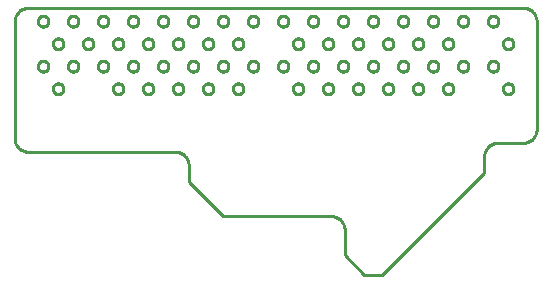
<source format=gbr>
G04 EAGLE Gerber RS-274X export*
G75*
%MOMM*%
%FSLAX34Y34*%
%LPD*%
%IN*%
%IPPOS*%
%AMOC8*
5,1,8,0,0,1.08239X$1,22.5*%
G01*
%ADD10C,0.254000*%


D10*
X1270Y116900D02*
X1314Y115898D01*
X1445Y114905D01*
X1662Y113926D01*
X1963Y112970D01*
X2347Y112044D01*
X2809Y111155D01*
X3348Y110309D01*
X3958Y109514D01*
X4635Y108775D01*
X5374Y108098D01*
X6169Y107488D01*
X7015Y106949D01*
X7904Y106487D01*
X8830Y106103D01*
X9786Y105802D01*
X10765Y105585D01*
X11758Y105454D01*
X12760Y105410D01*
X137228Y105410D01*
X138218Y105367D01*
X139201Y105237D01*
X140168Y105023D01*
X141114Y104725D01*
X142030Y104345D01*
X142909Y103888D01*
X143745Y103355D01*
X144531Y102752D01*
X145262Y102082D01*
X145932Y101351D01*
X146535Y100565D01*
X147068Y99729D01*
X147525Y98850D01*
X147905Y97934D01*
X148203Y96988D01*
X148417Y96021D01*
X148547Y95038D01*
X148590Y94048D01*
X148590Y80010D01*
X177800Y50800D01*
X269240Y50800D01*
X270236Y50757D01*
X271225Y50626D01*
X272198Y50411D01*
X273149Y50111D01*
X274071Y49729D01*
X274955Y49269D01*
X275796Y48733D01*
X276587Y48126D01*
X277322Y47452D01*
X277996Y46717D01*
X278603Y45926D01*
X279139Y45085D01*
X279599Y44201D01*
X279981Y43279D01*
X280281Y42328D01*
X280496Y41355D01*
X280627Y40366D01*
X280670Y39370D01*
X280670Y17780D01*
X297180Y1270D01*
X312420Y1270D01*
X398780Y87630D01*
X398780Y101488D01*
X398824Y102494D01*
X398955Y103492D01*
X399173Y104476D01*
X399476Y105436D01*
X399861Y106366D01*
X400326Y107259D01*
X400867Y108108D01*
X401480Y108907D01*
X402161Y109650D01*
X402903Y110330D01*
X403702Y110943D01*
X404551Y111484D01*
X405444Y111949D01*
X406374Y112334D01*
X407335Y112637D01*
X408318Y112855D01*
X409316Y112986D01*
X410322Y113030D01*
X431794Y113030D01*
X432790Y113074D01*
X433780Y113204D01*
X434754Y113420D01*
X435705Y113720D01*
X436627Y114102D01*
X437512Y114562D01*
X438353Y115098D01*
X439145Y115706D01*
X439880Y116380D01*
X440554Y117115D01*
X441162Y117907D01*
X441698Y118748D01*
X442159Y119633D01*
X442540Y120555D01*
X442840Y121506D01*
X443056Y122480D01*
X443186Y123470D01*
X443230Y124466D01*
X443230Y215900D01*
X443187Y216896D01*
X443056Y217885D01*
X442841Y218858D01*
X442541Y219809D01*
X442159Y220731D01*
X441699Y221615D01*
X441163Y222456D01*
X440556Y223247D01*
X439882Y223982D01*
X439147Y224656D01*
X438356Y225263D01*
X437515Y225799D01*
X436631Y226259D01*
X435709Y226641D01*
X434758Y226941D01*
X433785Y227156D01*
X432796Y227287D01*
X431800Y227330D01*
X12753Y227330D01*
X11752Y227286D01*
X10759Y227156D01*
X9781Y226939D01*
X8825Y226638D01*
X7900Y226254D01*
X7011Y225792D01*
X6167Y225253D01*
X5372Y224644D01*
X4633Y223967D01*
X3956Y223228D01*
X3347Y222434D01*
X2808Y221589D01*
X2346Y220700D01*
X1963Y219775D01*
X1661Y218819D01*
X1444Y217841D01*
X1314Y216848D01*
X1270Y215847D01*
X1270Y116900D01*
X29900Y215605D02*
X29823Y215020D01*
X29670Y214450D01*
X29445Y213905D01*
X29150Y213395D01*
X28791Y212927D01*
X28373Y212509D01*
X27905Y212150D01*
X27395Y211855D01*
X26850Y211630D01*
X26280Y211477D01*
X25695Y211400D01*
X25105Y211400D01*
X24520Y211477D01*
X23950Y211630D01*
X23405Y211855D01*
X22895Y212150D01*
X22427Y212509D01*
X22009Y212927D01*
X21650Y213395D01*
X21355Y213905D01*
X21130Y214450D01*
X20977Y215020D01*
X20900Y215605D01*
X20900Y216195D01*
X20977Y216780D01*
X21130Y217350D01*
X21355Y217895D01*
X21650Y218405D01*
X22009Y218873D01*
X22427Y219291D01*
X22895Y219650D01*
X23405Y219945D01*
X23950Y220170D01*
X24520Y220323D01*
X25105Y220400D01*
X25695Y220400D01*
X26280Y220323D01*
X26850Y220170D01*
X27395Y219945D01*
X27905Y219650D01*
X28373Y219291D01*
X28791Y218873D01*
X29150Y218405D01*
X29445Y217895D01*
X29670Y217350D01*
X29823Y216780D01*
X29900Y216195D01*
X29900Y215605D01*
X55300Y215605D02*
X55223Y215020D01*
X55070Y214450D01*
X54845Y213905D01*
X54550Y213395D01*
X54191Y212927D01*
X53773Y212509D01*
X53305Y212150D01*
X52795Y211855D01*
X52250Y211630D01*
X51680Y211477D01*
X51095Y211400D01*
X50505Y211400D01*
X49920Y211477D01*
X49350Y211630D01*
X48805Y211855D01*
X48295Y212150D01*
X47827Y212509D01*
X47409Y212927D01*
X47050Y213395D01*
X46755Y213905D01*
X46530Y214450D01*
X46377Y215020D01*
X46300Y215605D01*
X46300Y216195D01*
X46377Y216780D01*
X46530Y217350D01*
X46755Y217895D01*
X47050Y218405D01*
X47409Y218873D01*
X47827Y219291D01*
X48295Y219650D01*
X48805Y219945D01*
X49350Y220170D01*
X49920Y220323D01*
X50505Y220400D01*
X51095Y220400D01*
X51680Y220323D01*
X52250Y220170D01*
X52795Y219945D01*
X53305Y219650D01*
X53773Y219291D01*
X54191Y218873D01*
X54550Y218405D01*
X54845Y217895D01*
X55070Y217350D01*
X55223Y216780D01*
X55300Y216195D01*
X55300Y215605D01*
X80700Y215605D02*
X80623Y215020D01*
X80470Y214450D01*
X80245Y213905D01*
X79950Y213395D01*
X79591Y212927D01*
X79173Y212509D01*
X78705Y212150D01*
X78195Y211855D01*
X77650Y211630D01*
X77080Y211477D01*
X76495Y211400D01*
X75905Y211400D01*
X75320Y211477D01*
X74750Y211630D01*
X74205Y211855D01*
X73695Y212150D01*
X73227Y212509D01*
X72809Y212927D01*
X72450Y213395D01*
X72155Y213905D01*
X71930Y214450D01*
X71777Y215020D01*
X71700Y215605D01*
X71700Y216195D01*
X71777Y216780D01*
X71930Y217350D01*
X72155Y217895D01*
X72450Y218405D01*
X72809Y218873D01*
X73227Y219291D01*
X73695Y219650D01*
X74205Y219945D01*
X74750Y220170D01*
X75320Y220323D01*
X75905Y220400D01*
X76495Y220400D01*
X77080Y220323D01*
X77650Y220170D01*
X78195Y219945D01*
X78705Y219650D01*
X79173Y219291D01*
X79591Y218873D01*
X79950Y218405D01*
X80245Y217895D01*
X80470Y217350D01*
X80623Y216780D01*
X80700Y216195D01*
X80700Y215605D01*
X106100Y215605D02*
X106023Y215020D01*
X105870Y214450D01*
X105645Y213905D01*
X105350Y213395D01*
X104991Y212927D01*
X104573Y212509D01*
X104105Y212150D01*
X103595Y211855D01*
X103050Y211630D01*
X102480Y211477D01*
X101895Y211400D01*
X101305Y211400D01*
X100720Y211477D01*
X100150Y211630D01*
X99605Y211855D01*
X99095Y212150D01*
X98627Y212509D01*
X98209Y212927D01*
X97850Y213395D01*
X97555Y213905D01*
X97330Y214450D01*
X97177Y215020D01*
X97100Y215605D01*
X97100Y216195D01*
X97177Y216780D01*
X97330Y217350D01*
X97555Y217895D01*
X97850Y218405D01*
X98209Y218873D01*
X98627Y219291D01*
X99095Y219650D01*
X99605Y219945D01*
X100150Y220170D01*
X100720Y220323D01*
X101305Y220400D01*
X101895Y220400D01*
X102480Y220323D01*
X103050Y220170D01*
X103595Y219945D01*
X104105Y219650D01*
X104573Y219291D01*
X104991Y218873D01*
X105350Y218405D01*
X105645Y217895D01*
X105870Y217350D01*
X106023Y216780D01*
X106100Y216195D01*
X106100Y215605D01*
X131500Y215605D02*
X131423Y215020D01*
X131270Y214450D01*
X131045Y213905D01*
X130750Y213395D01*
X130391Y212927D01*
X129973Y212509D01*
X129505Y212150D01*
X128995Y211855D01*
X128450Y211630D01*
X127880Y211477D01*
X127295Y211400D01*
X126705Y211400D01*
X126120Y211477D01*
X125550Y211630D01*
X125005Y211855D01*
X124495Y212150D01*
X124027Y212509D01*
X123609Y212927D01*
X123250Y213395D01*
X122955Y213905D01*
X122730Y214450D01*
X122577Y215020D01*
X122500Y215605D01*
X122500Y216195D01*
X122577Y216780D01*
X122730Y217350D01*
X122955Y217895D01*
X123250Y218405D01*
X123609Y218873D01*
X124027Y219291D01*
X124495Y219650D01*
X125005Y219945D01*
X125550Y220170D01*
X126120Y220323D01*
X126705Y220400D01*
X127295Y220400D01*
X127880Y220323D01*
X128450Y220170D01*
X128995Y219945D01*
X129505Y219650D01*
X129973Y219291D01*
X130391Y218873D01*
X130750Y218405D01*
X131045Y217895D01*
X131270Y217350D01*
X131423Y216780D01*
X131500Y216195D01*
X131500Y215605D01*
X156900Y215605D02*
X156823Y215020D01*
X156670Y214450D01*
X156445Y213905D01*
X156150Y213395D01*
X155791Y212927D01*
X155373Y212509D01*
X154905Y212150D01*
X154395Y211855D01*
X153850Y211630D01*
X153280Y211477D01*
X152695Y211400D01*
X152105Y211400D01*
X151520Y211477D01*
X150950Y211630D01*
X150405Y211855D01*
X149895Y212150D01*
X149427Y212509D01*
X149009Y212927D01*
X148650Y213395D01*
X148355Y213905D01*
X148130Y214450D01*
X147977Y215020D01*
X147900Y215605D01*
X147900Y216195D01*
X147977Y216780D01*
X148130Y217350D01*
X148355Y217895D01*
X148650Y218405D01*
X149009Y218873D01*
X149427Y219291D01*
X149895Y219650D01*
X150405Y219945D01*
X150950Y220170D01*
X151520Y220323D01*
X152105Y220400D01*
X152695Y220400D01*
X153280Y220323D01*
X153850Y220170D01*
X154395Y219945D01*
X154905Y219650D01*
X155373Y219291D01*
X155791Y218873D01*
X156150Y218405D01*
X156445Y217895D01*
X156670Y217350D01*
X156823Y216780D01*
X156900Y216195D01*
X156900Y215605D01*
X182300Y215605D02*
X182223Y215020D01*
X182070Y214450D01*
X181845Y213905D01*
X181550Y213395D01*
X181191Y212927D01*
X180773Y212509D01*
X180305Y212150D01*
X179795Y211855D01*
X179250Y211630D01*
X178680Y211477D01*
X178095Y211400D01*
X177505Y211400D01*
X176920Y211477D01*
X176350Y211630D01*
X175805Y211855D01*
X175295Y212150D01*
X174827Y212509D01*
X174409Y212927D01*
X174050Y213395D01*
X173755Y213905D01*
X173530Y214450D01*
X173377Y215020D01*
X173300Y215605D01*
X173300Y216195D01*
X173377Y216780D01*
X173530Y217350D01*
X173755Y217895D01*
X174050Y218405D01*
X174409Y218873D01*
X174827Y219291D01*
X175295Y219650D01*
X175805Y219945D01*
X176350Y220170D01*
X176920Y220323D01*
X177505Y220400D01*
X178095Y220400D01*
X178680Y220323D01*
X179250Y220170D01*
X179795Y219945D01*
X180305Y219650D01*
X180773Y219291D01*
X181191Y218873D01*
X181550Y218405D01*
X181845Y217895D01*
X182070Y217350D01*
X182223Y216780D01*
X182300Y216195D01*
X182300Y215605D01*
X207700Y215605D02*
X207623Y215020D01*
X207470Y214450D01*
X207245Y213905D01*
X206950Y213395D01*
X206591Y212927D01*
X206173Y212509D01*
X205705Y212150D01*
X205195Y211855D01*
X204650Y211630D01*
X204080Y211477D01*
X203495Y211400D01*
X202905Y211400D01*
X202320Y211477D01*
X201750Y211630D01*
X201205Y211855D01*
X200695Y212150D01*
X200227Y212509D01*
X199809Y212927D01*
X199450Y213395D01*
X199155Y213905D01*
X198930Y214450D01*
X198777Y215020D01*
X198700Y215605D01*
X198700Y216195D01*
X198777Y216780D01*
X198930Y217350D01*
X199155Y217895D01*
X199450Y218405D01*
X199809Y218873D01*
X200227Y219291D01*
X200695Y219650D01*
X201205Y219945D01*
X201750Y220170D01*
X202320Y220323D01*
X202905Y220400D01*
X203495Y220400D01*
X204080Y220323D01*
X204650Y220170D01*
X205195Y219945D01*
X205705Y219650D01*
X206173Y219291D01*
X206591Y218873D01*
X206950Y218405D01*
X207245Y217895D01*
X207470Y217350D01*
X207623Y216780D01*
X207700Y216195D01*
X207700Y215605D01*
X233100Y215605D02*
X233023Y215020D01*
X232870Y214450D01*
X232645Y213905D01*
X232350Y213395D01*
X231991Y212927D01*
X231573Y212509D01*
X231105Y212150D01*
X230595Y211855D01*
X230050Y211630D01*
X229480Y211477D01*
X228895Y211400D01*
X228305Y211400D01*
X227720Y211477D01*
X227150Y211630D01*
X226605Y211855D01*
X226095Y212150D01*
X225627Y212509D01*
X225209Y212927D01*
X224850Y213395D01*
X224555Y213905D01*
X224330Y214450D01*
X224177Y215020D01*
X224100Y215605D01*
X224100Y216195D01*
X224177Y216780D01*
X224330Y217350D01*
X224555Y217895D01*
X224850Y218405D01*
X225209Y218873D01*
X225627Y219291D01*
X226095Y219650D01*
X226605Y219945D01*
X227150Y220170D01*
X227720Y220323D01*
X228305Y220400D01*
X228895Y220400D01*
X229480Y220323D01*
X230050Y220170D01*
X230595Y219945D01*
X231105Y219650D01*
X231573Y219291D01*
X231991Y218873D01*
X232350Y218405D01*
X232645Y217895D01*
X232870Y217350D01*
X233023Y216780D01*
X233100Y216195D01*
X233100Y215605D01*
X258500Y215605D02*
X258423Y215020D01*
X258270Y214450D01*
X258045Y213905D01*
X257750Y213395D01*
X257391Y212927D01*
X256973Y212509D01*
X256505Y212150D01*
X255995Y211855D01*
X255450Y211630D01*
X254880Y211477D01*
X254295Y211400D01*
X253705Y211400D01*
X253120Y211477D01*
X252550Y211630D01*
X252005Y211855D01*
X251495Y212150D01*
X251027Y212509D01*
X250609Y212927D01*
X250250Y213395D01*
X249955Y213905D01*
X249730Y214450D01*
X249577Y215020D01*
X249500Y215605D01*
X249500Y216195D01*
X249577Y216780D01*
X249730Y217350D01*
X249955Y217895D01*
X250250Y218405D01*
X250609Y218873D01*
X251027Y219291D01*
X251495Y219650D01*
X252005Y219945D01*
X252550Y220170D01*
X253120Y220323D01*
X253705Y220400D01*
X254295Y220400D01*
X254880Y220323D01*
X255450Y220170D01*
X255995Y219945D01*
X256505Y219650D01*
X256973Y219291D01*
X257391Y218873D01*
X257750Y218405D01*
X258045Y217895D01*
X258270Y217350D01*
X258423Y216780D01*
X258500Y216195D01*
X258500Y215605D01*
X283900Y215605D02*
X283823Y215020D01*
X283670Y214450D01*
X283445Y213905D01*
X283150Y213395D01*
X282791Y212927D01*
X282373Y212509D01*
X281905Y212150D01*
X281395Y211855D01*
X280850Y211630D01*
X280280Y211477D01*
X279695Y211400D01*
X279105Y211400D01*
X278520Y211477D01*
X277950Y211630D01*
X277405Y211855D01*
X276895Y212150D01*
X276427Y212509D01*
X276009Y212927D01*
X275650Y213395D01*
X275355Y213905D01*
X275130Y214450D01*
X274977Y215020D01*
X274900Y215605D01*
X274900Y216195D01*
X274977Y216780D01*
X275130Y217350D01*
X275355Y217895D01*
X275650Y218405D01*
X276009Y218873D01*
X276427Y219291D01*
X276895Y219650D01*
X277405Y219945D01*
X277950Y220170D01*
X278520Y220323D01*
X279105Y220400D01*
X279695Y220400D01*
X280280Y220323D01*
X280850Y220170D01*
X281395Y219945D01*
X281905Y219650D01*
X282373Y219291D01*
X282791Y218873D01*
X283150Y218405D01*
X283445Y217895D01*
X283670Y217350D01*
X283823Y216780D01*
X283900Y216195D01*
X283900Y215605D01*
X309300Y215605D02*
X309223Y215020D01*
X309070Y214450D01*
X308845Y213905D01*
X308550Y213395D01*
X308191Y212927D01*
X307773Y212509D01*
X307305Y212150D01*
X306795Y211855D01*
X306250Y211630D01*
X305680Y211477D01*
X305095Y211400D01*
X304505Y211400D01*
X303920Y211477D01*
X303350Y211630D01*
X302805Y211855D01*
X302295Y212150D01*
X301827Y212509D01*
X301409Y212927D01*
X301050Y213395D01*
X300755Y213905D01*
X300530Y214450D01*
X300377Y215020D01*
X300300Y215605D01*
X300300Y216195D01*
X300377Y216780D01*
X300530Y217350D01*
X300755Y217895D01*
X301050Y218405D01*
X301409Y218873D01*
X301827Y219291D01*
X302295Y219650D01*
X302805Y219945D01*
X303350Y220170D01*
X303920Y220323D01*
X304505Y220400D01*
X305095Y220400D01*
X305680Y220323D01*
X306250Y220170D01*
X306795Y219945D01*
X307305Y219650D01*
X307773Y219291D01*
X308191Y218873D01*
X308550Y218405D01*
X308845Y217895D01*
X309070Y217350D01*
X309223Y216780D01*
X309300Y216195D01*
X309300Y215605D01*
X334700Y215605D02*
X334623Y215020D01*
X334470Y214450D01*
X334245Y213905D01*
X333950Y213395D01*
X333591Y212927D01*
X333173Y212509D01*
X332705Y212150D01*
X332195Y211855D01*
X331650Y211630D01*
X331080Y211477D01*
X330495Y211400D01*
X329905Y211400D01*
X329320Y211477D01*
X328750Y211630D01*
X328205Y211855D01*
X327695Y212150D01*
X327227Y212509D01*
X326809Y212927D01*
X326450Y213395D01*
X326155Y213905D01*
X325930Y214450D01*
X325777Y215020D01*
X325700Y215605D01*
X325700Y216195D01*
X325777Y216780D01*
X325930Y217350D01*
X326155Y217895D01*
X326450Y218405D01*
X326809Y218873D01*
X327227Y219291D01*
X327695Y219650D01*
X328205Y219945D01*
X328750Y220170D01*
X329320Y220323D01*
X329905Y220400D01*
X330495Y220400D01*
X331080Y220323D01*
X331650Y220170D01*
X332195Y219945D01*
X332705Y219650D01*
X333173Y219291D01*
X333591Y218873D01*
X333950Y218405D01*
X334245Y217895D01*
X334470Y217350D01*
X334623Y216780D01*
X334700Y216195D01*
X334700Y215605D01*
X360100Y215605D02*
X360023Y215020D01*
X359870Y214450D01*
X359645Y213905D01*
X359350Y213395D01*
X358991Y212927D01*
X358573Y212509D01*
X358105Y212150D01*
X357595Y211855D01*
X357050Y211630D01*
X356480Y211477D01*
X355895Y211400D01*
X355305Y211400D01*
X354720Y211477D01*
X354150Y211630D01*
X353605Y211855D01*
X353095Y212150D01*
X352627Y212509D01*
X352209Y212927D01*
X351850Y213395D01*
X351555Y213905D01*
X351330Y214450D01*
X351177Y215020D01*
X351100Y215605D01*
X351100Y216195D01*
X351177Y216780D01*
X351330Y217350D01*
X351555Y217895D01*
X351850Y218405D01*
X352209Y218873D01*
X352627Y219291D01*
X353095Y219650D01*
X353605Y219945D01*
X354150Y220170D01*
X354720Y220323D01*
X355305Y220400D01*
X355895Y220400D01*
X356480Y220323D01*
X357050Y220170D01*
X357595Y219945D01*
X358105Y219650D01*
X358573Y219291D01*
X358991Y218873D01*
X359350Y218405D01*
X359645Y217895D01*
X359870Y217350D01*
X360023Y216780D01*
X360100Y216195D01*
X360100Y215605D01*
X385500Y215605D02*
X385423Y215020D01*
X385270Y214450D01*
X385045Y213905D01*
X384750Y213395D01*
X384391Y212927D01*
X383973Y212509D01*
X383505Y212150D01*
X382995Y211855D01*
X382450Y211630D01*
X381880Y211477D01*
X381295Y211400D01*
X380705Y211400D01*
X380120Y211477D01*
X379550Y211630D01*
X379005Y211855D01*
X378495Y212150D01*
X378027Y212509D01*
X377609Y212927D01*
X377250Y213395D01*
X376955Y213905D01*
X376730Y214450D01*
X376577Y215020D01*
X376500Y215605D01*
X376500Y216195D01*
X376577Y216780D01*
X376730Y217350D01*
X376955Y217895D01*
X377250Y218405D01*
X377609Y218873D01*
X378027Y219291D01*
X378495Y219650D01*
X379005Y219945D01*
X379550Y220170D01*
X380120Y220323D01*
X380705Y220400D01*
X381295Y220400D01*
X381880Y220323D01*
X382450Y220170D01*
X382995Y219945D01*
X383505Y219650D01*
X383973Y219291D01*
X384391Y218873D01*
X384750Y218405D01*
X385045Y217895D01*
X385270Y217350D01*
X385423Y216780D01*
X385500Y216195D01*
X385500Y215605D01*
X410900Y215605D02*
X410823Y215020D01*
X410670Y214450D01*
X410445Y213905D01*
X410150Y213395D01*
X409791Y212927D01*
X409373Y212509D01*
X408905Y212150D01*
X408395Y211855D01*
X407850Y211630D01*
X407280Y211477D01*
X406695Y211400D01*
X406105Y211400D01*
X405520Y211477D01*
X404950Y211630D01*
X404405Y211855D01*
X403895Y212150D01*
X403427Y212509D01*
X403009Y212927D01*
X402650Y213395D01*
X402355Y213905D01*
X402130Y214450D01*
X401977Y215020D01*
X401900Y215605D01*
X401900Y216195D01*
X401977Y216780D01*
X402130Y217350D01*
X402355Y217895D01*
X402650Y218405D01*
X403009Y218873D01*
X403427Y219291D01*
X403895Y219650D01*
X404405Y219945D01*
X404950Y220170D01*
X405520Y220323D01*
X406105Y220400D01*
X406695Y220400D01*
X407280Y220323D01*
X407850Y220170D01*
X408395Y219945D01*
X408905Y219650D01*
X409373Y219291D01*
X409791Y218873D01*
X410150Y218405D01*
X410445Y217895D01*
X410670Y217350D01*
X410823Y216780D01*
X410900Y216195D01*
X410900Y215605D01*
X423600Y196555D02*
X423523Y195970D01*
X423370Y195400D01*
X423145Y194855D01*
X422850Y194345D01*
X422491Y193877D01*
X422073Y193459D01*
X421605Y193100D01*
X421095Y192805D01*
X420550Y192580D01*
X419980Y192427D01*
X419395Y192350D01*
X418805Y192350D01*
X418220Y192427D01*
X417650Y192580D01*
X417105Y192805D01*
X416595Y193100D01*
X416127Y193459D01*
X415709Y193877D01*
X415350Y194345D01*
X415055Y194855D01*
X414830Y195400D01*
X414677Y195970D01*
X414600Y196555D01*
X414600Y197145D01*
X414677Y197730D01*
X414830Y198300D01*
X415055Y198845D01*
X415350Y199355D01*
X415709Y199823D01*
X416127Y200241D01*
X416595Y200600D01*
X417105Y200895D01*
X417650Y201120D01*
X418220Y201273D01*
X418805Y201350D01*
X419395Y201350D01*
X419980Y201273D01*
X420550Y201120D01*
X421095Y200895D01*
X421605Y200600D01*
X422073Y200241D01*
X422491Y199823D01*
X422850Y199355D01*
X423145Y198845D01*
X423370Y198300D01*
X423523Y197730D01*
X423600Y197145D01*
X423600Y196555D01*
X410900Y177505D02*
X410823Y176920D01*
X410670Y176350D01*
X410445Y175805D01*
X410150Y175295D01*
X409791Y174827D01*
X409373Y174409D01*
X408905Y174050D01*
X408395Y173755D01*
X407850Y173530D01*
X407280Y173377D01*
X406695Y173300D01*
X406105Y173300D01*
X405520Y173377D01*
X404950Y173530D01*
X404405Y173755D01*
X403895Y174050D01*
X403427Y174409D01*
X403009Y174827D01*
X402650Y175295D01*
X402355Y175805D01*
X402130Y176350D01*
X401977Y176920D01*
X401900Y177505D01*
X401900Y178095D01*
X401977Y178680D01*
X402130Y179250D01*
X402355Y179795D01*
X402650Y180305D01*
X403009Y180773D01*
X403427Y181191D01*
X403895Y181550D01*
X404405Y181845D01*
X404950Y182070D01*
X405520Y182223D01*
X406105Y182300D01*
X406695Y182300D01*
X407280Y182223D01*
X407850Y182070D01*
X408395Y181845D01*
X408905Y181550D01*
X409373Y181191D01*
X409791Y180773D01*
X410150Y180305D01*
X410445Y179795D01*
X410670Y179250D01*
X410823Y178680D01*
X410900Y178095D01*
X410900Y177505D01*
X423600Y158455D02*
X423523Y157870D01*
X423370Y157300D01*
X423145Y156755D01*
X422850Y156245D01*
X422491Y155777D01*
X422073Y155359D01*
X421605Y155000D01*
X421095Y154705D01*
X420550Y154480D01*
X419980Y154327D01*
X419395Y154250D01*
X418805Y154250D01*
X418220Y154327D01*
X417650Y154480D01*
X417105Y154705D01*
X416595Y155000D01*
X416127Y155359D01*
X415709Y155777D01*
X415350Y156245D01*
X415055Y156755D01*
X414830Y157300D01*
X414677Y157870D01*
X414600Y158455D01*
X414600Y159045D01*
X414677Y159630D01*
X414830Y160200D01*
X415055Y160745D01*
X415350Y161255D01*
X415709Y161723D01*
X416127Y162141D01*
X416595Y162500D01*
X417105Y162795D01*
X417650Y163020D01*
X418220Y163173D01*
X418805Y163250D01*
X419395Y163250D01*
X419980Y163173D01*
X420550Y163020D01*
X421095Y162795D01*
X421605Y162500D01*
X422073Y162141D01*
X422491Y161723D01*
X422850Y161255D01*
X423145Y160745D01*
X423370Y160200D01*
X423523Y159630D01*
X423600Y159045D01*
X423600Y158455D01*
X385500Y177505D02*
X385423Y176920D01*
X385270Y176350D01*
X385045Y175805D01*
X384750Y175295D01*
X384391Y174827D01*
X383973Y174409D01*
X383505Y174050D01*
X382995Y173755D01*
X382450Y173530D01*
X381880Y173377D01*
X381295Y173300D01*
X380705Y173300D01*
X380120Y173377D01*
X379550Y173530D01*
X379005Y173755D01*
X378495Y174050D01*
X378027Y174409D01*
X377609Y174827D01*
X377250Y175295D01*
X376955Y175805D01*
X376730Y176350D01*
X376577Y176920D01*
X376500Y177505D01*
X376500Y178095D01*
X376577Y178680D01*
X376730Y179250D01*
X376955Y179795D01*
X377250Y180305D01*
X377609Y180773D01*
X378027Y181191D01*
X378495Y181550D01*
X379005Y181845D01*
X379550Y182070D01*
X380120Y182223D01*
X380705Y182300D01*
X381295Y182300D01*
X381880Y182223D01*
X382450Y182070D01*
X382995Y181845D01*
X383505Y181550D01*
X383973Y181191D01*
X384391Y180773D01*
X384750Y180305D01*
X385045Y179795D01*
X385270Y179250D01*
X385423Y178680D01*
X385500Y178095D01*
X385500Y177505D01*
X360100Y177505D02*
X360023Y176920D01*
X359870Y176350D01*
X359645Y175805D01*
X359350Y175295D01*
X358991Y174827D01*
X358573Y174409D01*
X358105Y174050D01*
X357595Y173755D01*
X357050Y173530D01*
X356480Y173377D01*
X355895Y173300D01*
X355305Y173300D01*
X354720Y173377D01*
X354150Y173530D01*
X353605Y173755D01*
X353095Y174050D01*
X352627Y174409D01*
X352209Y174827D01*
X351850Y175295D01*
X351555Y175805D01*
X351330Y176350D01*
X351177Y176920D01*
X351100Y177505D01*
X351100Y178095D01*
X351177Y178680D01*
X351330Y179250D01*
X351555Y179795D01*
X351850Y180305D01*
X352209Y180773D01*
X352627Y181191D01*
X353095Y181550D01*
X353605Y181845D01*
X354150Y182070D01*
X354720Y182223D01*
X355305Y182300D01*
X355895Y182300D01*
X356480Y182223D01*
X357050Y182070D01*
X357595Y181845D01*
X358105Y181550D01*
X358573Y181191D01*
X358991Y180773D01*
X359350Y180305D01*
X359645Y179795D01*
X359870Y179250D01*
X360023Y178680D01*
X360100Y178095D01*
X360100Y177505D01*
X334700Y177505D02*
X334623Y176920D01*
X334470Y176350D01*
X334245Y175805D01*
X333950Y175295D01*
X333591Y174827D01*
X333173Y174409D01*
X332705Y174050D01*
X332195Y173755D01*
X331650Y173530D01*
X331080Y173377D01*
X330495Y173300D01*
X329905Y173300D01*
X329320Y173377D01*
X328750Y173530D01*
X328205Y173755D01*
X327695Y174050D01*
X327227Y174409D01*
X326809Y174827D01*
X326450Y175295D01*
X326155Y175805D01*
X325930Y176350D01*
X325777Y176920D01*
X325700Y177505D01*
X325700Y178095D01*
X325777Y178680D01*
X325930Y179250D01*
X326155Y179795D01*
X326450Y180305D01*
X326809Y180773D01*
X327227Y181191D01*
X327695Y181550D01*
X328205Y181845D01*
X328750Y182070D01*
X329320Y182223D01*
X329905Y182300D01*
X330495Y182300D01*
X331080Y182223D01*
X331650Y182070D01*
X332195Y181845D01*
X332705Y181550D01*
X333173Y181191D01*
X333591Y180773D01*
X333950Y180305D01*
X334245Y179795D01*
X334470Y179250D01*
X334623Y178680D01*
X334700Y178095D01*
X334700Y177505D01*
X309300Y177505D02*
X309223Y176920D01*
X309070Y176350D01*
X308845Y175805D01*
X308550Y175295D01*
X308191Y174827D01*
X307773Y174409D01*
X307305Y174050D01*
X306795Y173755D01*
X306250Y173530D01*
X305680Y173377D01*
X305095Y173300D01*
X304505Y173300D01*
X303920Y173377D01*
X303350Y173530D01*
X302805Y173755D01*
X302295Y174050D01*
X301827Y174409D01*
X301409Y174827D01*
X301050Y175295D01*
X300755Y175805D01*
X300530Y176350D01*
X300377Y176920D01*
X300300Y177505D01*
X300300Y178095D01*
X300377Y178680D01*
X300530Y179250D01*
X300755Y179795D01*
X301050Y180305D01*
X301409Y180773D01*
X301827Y181191D01*
X302295Y181550D01*
X302805Y181845D01*
X303350Y182070D01*
X303920Y182223D01*
X304505Y182300D01*
X305095Y182300D01*
X305680Y182223D01*
X306250Y182070D01*
X306795Y181845D01*
X307305Y181550D01*
X307773Y181191D01*
X308191Y180773D01*
X308550Y180305D01*
X308845Y179795D01*
X309070Y179250D01*
X309223Y178680D01*
X309300Y178095D01*
X309300Y177505D01*
X29900Y177505D02*
X29823Y176920D01*
X29670Y176350D01*
X29445Y175805D01*
X29150Y175295D01*
X28791Y174827D01*
X28373Y174409D01*
X27905Y174050D01*
X27395Y173755D01*
X26850Y173530D01*
X26280Y173377D01*
X25695Y173300D01*
X25105Y173300D01*
X24520Y173377D01*
X23950Y173530D01*
X23405Y173755D01*
X22895Y174050D01*
X22427Y174409D01*
X22009Y174827D01*
X21650Y175295D01*
X21355Y175805D01*
X21130Y176350D01*
X20977Y176920D01*
X20900Y177505D01*
X20900Y178095D01*
X20977Y178680D01*
X21130Y179250D01*
X21355Y179795D01*
X21650Y180305D01*
X22009Y180773D01*
X22427Y181191D01*
X22895Y181550D01*
X23405Y181845D01*
X23950Y182070D01*
X24520Y182223D01*
X25105Y182300D01*
X25695Y182300D01*
X26280Y182223D01*
X26850Y182070D01*
X27395Y181845D01*
X27905Y181550D01*
X28373Y181191D01*
X28791Y180773D01*
X29150Y180305D01*
X29445Y179795D01*
X29670Y179250D01*
X29823Y178680D01*
X29900Y178095D01*
X29900Y177505D01*
X55300Y177505D02*
X55223Y176920D01*
X55070Y176350D01*
X54845Y175805D01*
X54550Y175295D01*
X54191Y174827D01*
X53773Y174409D01*
X53305Y174050D01*
X52795Y173755D01*
X52250Y173530D01*
X51680Y173377D01*
X51095Y173300D01*
X50505Y173300D01*
X49920Y173377D01*
X49350Y173530D01*
X48805Y173755D01*
X48295Y174050D01*
X47827Y174409D01*
X47409Y174827D01*
X47050Y175295D01*
X46755Y175805D01*
X46530Y176350D01*
X46377Y176920D01*
X46300Y177505D01*
X46300Y178095D01*
X46377Y178680D01*
X46530Y179250D01*
X46755Y179795D01*
X47050Y180305D01*
X47409Y180773D01*
X47827Y181191D01*
X48295Y181550D01*
X48805Y181845D01*
X49350Y182070D01*
X49920Y182223D01*
X50505Y182300D01*
X51095Y182300D01*
X51680Y182223D01*
X52250Y182070D01*
X52795Y181845D01*
X53305Y181550D01*
X53773Y181191D01*
X54191Y180773D01*
X54550Y180305D01*
X54845Y179795D01*
X55070Y179250D01*
X55223Y178680D01*
X55300Y178095D01*
X55300Y177505D01*
X80700Y177505D02*
X80623Y176920D01*
X80470Y176350D01*
X80245Y175805D01*
X79950Y175295D01*
X79591Y174827D01*
X79173Y174409D01*
X78705Y174050D01*
X78195Y173755D01*
X77650Y173530D01*
X77080Y173377D01*
X76495Y173300D01*
X75905Y173300D01*
X75320Y173377D01*
X74750Y173530D01*
X74205Y173755D01*
X73695Y174050D01*
X73227Y174409D01*
X72809Y174827D01*
X72450Y175295D01*
X72155Y175805D01*
X71930Y176350D01*
X71777Y176920D01*
X71700Y177505D01*
X71700Y178095D01*
X71777Y178680D01*
X71930Y179250D01*
X72155Y179795D01*
X72450Y180305D01*
X72809Y180773D01*
X73227Y181191D01*
X73695Y181550D01*
X74205Y181845D01*
X74750Y182070D01*
X75320Y182223D01*
X75905Y182300D01*
X76495Y182300D01*
X77080Y182223D01*
X77650Y182070D01*
X78195Y181845D01*
X78705Y181550D01*
X79173Y181191D01*
X79591Y180773D01*
X79950Y180305D01*
X80245Y179795D01*
X80470Y179250D01*
X80623Y178680D01*
X80700Y178095D01*
X80700Y177505D01*
X106100Y177505D02*
X106023Y176920D01*
X105870Y176350D01*
X105645Y175805D01*
X105350Y175295D01*
X104991Y174827D01*
X104573Y174409D01*
X104105Y174050D01*
X103595Y173755D01*
X103050Y173530D01*
X102480Y173377D01*
X101895Y173300D01*
X101305Y173300D01*
X100720Y173377D01*
X100150Y173530D01*
X99605Y173755D01*
X99095Y174050D01*
X98627Y174409D01*
X98209Y174827D01*
X97850Y175295D01*
X97555Y175805D01*
X97330Y176350D01*
X97177Y176920D01*
X97100Y177505D01*
X97100Y178095D01*
X97177Y178680D01*
X97330Y179250D01*
X97555Y179795D01*
X97850Y180305D01*
X98209Y180773D01*
X98627Y181191D01*
X99095Y181550D01*
X99605Y181845D01*
X100150Y182070D01*
X100720Y182223D01*
X101305Y182300D01*
X101895Y182300D01*
X102480Y182223D01*
X103050Y182070D01*
X103595Y181845D01*
X104105Y181550D01*
X104573Y181191D01*
X104991Y180773D01*
X105350Y180305D01*
X105645Y179795D01*
X105870Y179250D01*
X106023Y178680D01*
X106100Y178095D01*
X106100Y177505D01*
X131500Y177505D02*
X131423Y176920D01*
X131270Y176350D01*
X131045Y175805D01*
X130750Y175295D01*
X130391Y174827D01*
X129973Y174409D01*
X129505Y174050D01*
X128995Y173755D01*
X128450Y173530D01*
X127880Y173377D01*
X127295Y173300D01*
X126705Y173300D01*
X126120Y173377D01*
X125550Y173530D01*
X125005Y173755D01*
X124495Y174050D01*
X124027Y174409D01*
X123609Y174827D01*
X123250Y175295D01*
X122955Y175805D01*
X122730Y176350D01*
X122577Y176920D01*
X122500Y177505D01*
X122500Y178095D01*
X122577Y178680D01*
X122730Y179250D01*
X122955Y179795D01*
X123250Y180305D01*
X123609Y180773D01*
X124027Y181191D01*
X124495Y181550D01*
X125005Y181845D01*
X125550Y182070D01*
X126120Y182223D01*
X126705Y182300D01*
X127295Y182300D01*
X127880Y182223D01*
X128450Y182070D01*
X128995Y181845D01*
X129505Y181550D01*
X129973Y181191D01*
X130391Y180773D01*
X130750Y180305D01*
X131045Y179795D01*
X131270Y179250D01*
X131423Y178680D01*
X131500Y178095D01*
X131500Y177505D01*
X156900Y177505D02*
X156823Y176920D01*
X156670Y176350D01*
X156445Y175805D01*
X156150Y175295D01*
X155791Y174827D01*
X155373Y174409D01*
X154905Y174050D01*
X154395Y173755D01*
X153850Y173530D01*
X153280Y173377D01*
X152695Y173300D01*
X152105Y173300D01*
X151520Y173377D01*
X150950Y173530D01*
X150405Y173755D01*
X149895Y174050D01*
X149427Y174409D01*
X149009Y174827D01*
X148650Y175295D01*
X148355Y175805D01*
X148130Y176350D01*
X147977Y176920D01*
X147900Y177505D01*
X147900Y178095D01*
X147977Y178680D01*
X148130Y179250D01*
X148355Y179795D01*
X148650Y180305D01*
X149009Y180773D01*
X149427Y181191D01*
X149895Y181550D01*
X150405Y181845D01*
X150950Y182070D01*
X151520Y182223D01*
X152105Y182300D01*
X152695Y182300D01*
X153280Y182223D01*
X153850Y182070D01*
X154395Y181845D01*
X154905Y181550D01*
X155373Y181191D01*
X155791Y180773D01*
X156150Y180305D01*
X156445Y179795D01*
X156670Y179250D01*
X156823Y178680D01*
X156900Y178095D01*
X156900Y177505D01*
X182300Y177505D02*
X182223Y176920D01*
X182070Y176350D01*
X181845Y175805D01*
X181550Y175295D01*
X181191Y174827D01*
X180773Y174409D01*
X180305Y174050D01*
X179795Y173755D01*
X179250Y173530D01*
X178680Y173377D01*
X178095Y173300D01*
X177505Y173300D01*
X176920Y173377D01*
X176350Y173530D01*
X175805Y173755D01*
X175295Y174050D01*
X174827Y174409D01*
X174409Y174827D01*
X174050Y175295D01*
X173755Y175805D01*
X173530Y176350D01*
X173377Y176920D01*
X173300Y177505D01*
X173300Y178095D01*
X173377Y178680D01*
X173530Y179250D01*
X173755Y179795D01*
X174050Y180305D01*
X174409Y180773D01*
X174827Y181191D01*
X175295Y181550D01*
X175805Y181845D01*
X176350Y182070D01*
X176920Y182223D01*
X177505Y182300D01*
X178095Y182300D01*
X178680Y182223D01*
X179250Y182070D01*
X179795Y181845D01*
X180305Y181550D01*
X180773Y181191D01*
X181191Y180773D01*
X181550Y180305D01*
X181845Y179795D01*
X182070Y179250D01*
X182223Y178680D01*
X182300Y178095D01*
X182300Y177505D01*
X207700Y177505D02*
X207623Y176920D01*
X207470Y176350D01*
X207245Y175805D01*
X206950Y175295D01*
X206591Y174827D01*
X206173Y174409D01*
X205705Y174050D01*
X205195Y173755D01*
X204650Y173530D01*
X204080Y173377D01*
X203495Y173300D01*
X202905Y173300D01*
X202320Y173377D01*
X201750Y173530D01*
X201205Y173755D01*
X200695Y174050D01*
X200227Y174409D01*
X199809Y174827D01*
X199450Y175295D01*
X199155Y175805D01*
X198930Y176350D01*
X198777Y176920D01*
X198700Y177505D01*
X198700Y178095D01*
X198777Y178680D01*
X198930Y179250D01*
X199155Y179795D01*
X199450Y180305D01*
X199809Y180773D01*
X200227Y181191D01*
X200695Y181550D01*
X201205Y181845D01*
X201750Y182070D01*
X202320Y182223D01*
X202905Y182300D01*
X203495Y182300D01*
X204080Y182223D01*
X204650Y182070D01*
X205195Y181845D01*
X205705Y181550D01*
X206173Y181191D01*
X206591Y180773D01*
X206950Y180305D01*
X207245Y179795D01*
X207470Y179250D01*
X207623Y178680D01*
X207700Y178095D01*
X207700Y177505D01*
X233100Y177505D02*
X233023Y176920D01*
X232870Y176350D01*
X232645Y175805D01*
X232350Y175295D01*
X231991Y174827D01*
X231573Y174409D01*
X231105Y174050D01*
X230595Y173755D01*
X230050Y173530D01*
X229480Y173377D01*
X228895Y173300D01*
X228305Y173300D01*
X227720Y173377D01*
X227150Y173530D01*
X226605Y173755D01*
X226095Y174050D01*
X225627Y174409D01*
X225209Y174827D01*
X224850Y175295D01*
X224555Y175805D01*
X224330Y176350D01*
X224177Y176920D01*
X224100Y177505D01*
X224100Y178095D01*
X224177Y178680D01*
X224330Y179250D01*
X224555Y179795D01*
X224850Y180305D01*
X225209Y180773D01*
X225627Y181191D01*
X226095Y181550D01*
X226605Y181845D01*
X227150Y182070D01*
X227720Y182223D01*
X228305Y182300D01*
X228895Y182300D01*
X229480Y182223D01*
X230050Y182070D01*
X230595Y181845D01*
X231105Y181550D01*
X231573Y181191D01*
X231991Y180773D01*
X232350Y180305D01*
X232645Y179795D01*
X232870Y179250D01*
X233023Y178680D01*
X233100Y178095D01*
X233100Y177505D01*
X258500Y177505D02*
X258423Y176920D01*
X258270Y176350D01*
X258045Y175805D01*
X257750Y175295D01*
X257391Y174827D01*
X256973Y174409D01*
X256505Y174050D01*
X255995Y173755D01*
X255450Y173530D01*
X254880Y173377D01*
X254295Y173300D01*
X253705Y173300D01*
X253120Y173377D01*
X252550Y173530D01*
X252005Y173755D01*
X251495Y174050D01*
X251027Y174409D01*
X250609Y174827D01*
X250250Y175295D01*
X249955Y175805D01*
X249730Y176350D01*
X249577Y176920D01*
X249500Y177505D01*
X249500Y178095D01*
X249577Y178680D01*
X249730Y179250D01*
X249955Y179795D01*
X250250Y180305D01*
X250609Y180773D01*
X251027Y181191D01*
X251495Y181550D01*
X252005Y181845D01*
X252550Y182070D01*
X253120Y182223D01*
X253705Y182300D01*
X254295Y182300D01*
X254880Y182223D01*
X255450Y182070D01*
X255995Y181845D01*
X256505Y181550D01*
X256973Y181191D01*
X257391Y180773D01*
X257750Y180305D01*
X258045Y179795D01*
X258270Y179250D01*
X258423Y178680D01*
X258500Y178095D01*
X258500Y177505D01*
X283900Y177505D02*
X283823Y176920D01*
X283670Y176350D01*
X283445Y175805D01*
X283150Y175295D01*
X282791Y174827D01*
X282373Y174409D01*
X281905Y174050D01*
X281395Y173755D01*
X280850Y173530D01*
X280280Y173377D01*
X279695Y173300D01*
X279105Y173300D01*
X278520Y173377D01*
X277950Y173530D01*
X277405Y173755D01*
X276895Y174050D01*
X276427Y174409D01*
X276009Y174827D01*
X275650Y175295D01*
X275355Y175805D01*
X275130Y176350D01*
X274977Y176920D01*
X274900Y177505D01*
X274900Y178095D01*
X274977Y178680D01*
X275130Y179250D01*
X275355Y179795D01*
X275650Y180305D01*
X276009Y180773D01*
X276427Y181191D01*
X276895Y181550D01*
X277405Y181845D01*
X277950Y182070D01*
X278520Y182223D01*
X279105Y182300D01*
X279695Y182300D01*
X280280Y182223D01*
X280850Y182070D01*
X281395Y181845D01*
X281905Y181550D01*
X282373Y181191D01*
X282791Y180773D01*
X283150Y180305D01*
X283445Y179795D01*
X283670Y179250D01*
X283823Y178680D01*
X283900Y178095D01*
X283900Y177505D01*
X42600Y158455D02*
X42523Y157870D01*
X42370Y157300D01*
X42145Y156755D01*
X41850Y156245D01*
X41491Y155777D01*
X41073Y155359D01*
X40605Y155000D01*
X40095Y154705D01*
X39550Y154480D01*
X38980Y154327D01*
X38395Y154250D01*
X37805Y154250D01*
X37220Y154327D01*
X36650Y154480D01*
X36105Y154705D01*
X35595Y155000D01*
X35127Y155359D01*
X34709Y155777D01*
X34350Y156245D01*
X34055Y156755D01*
X33830Y157300D01*
X33677Y157870D01*
X33600Y158455D01*
X33600Y159045D01*
X33677Y159630D01*
X33830Y160200D01*
X34055Y160745D01*
X34350Y161255D01*
X34709Y161723D01*
X35127Y162141D01*
X35595Y162500D01*
X36105Y162795D01*
X36650Y163020D01*
X37220Y163173D01*
X37805Y163250D01*
X38395Y163250D01*
X38980Y163173D01*
X39550Y163020D01*
X40095Y162795D01*
X40605Y162500D01*
X41073Y162141D01*
X41491Y161723D01*
X41850Y161255D01*
X42145Y160745D01*
X42370Y160200D01*
X42523Y159630D01*
X42600Y159045D01*
X42600Y158455D01*
X93400Y158455D02*
X93323Y157870D01*
X93170Y157300D01*
X92945Y156755D01*
X92650Y156245D01*
X92291Y155777D01*
X91873Y155359D01*
X91405Y155000D01*
X90895Y154705D01*
X90350Y154480D01*
X89780Y154327D01*
X89195Y154250D01*
X88605Y154250D01*
X88020Y154327D01*
X87450Y154480D01*
X86905Y154705D01*
X86395Y155000D01*
X85927Y155359D01*
X85509Y155777D01*
X85150Y156245D01*
X84855Y156755D01*
X84630Y157300D01*
X84477Y157870D01*
X84400Y158455D01*
X84400Y159045D01*
X84477Y159630D01*
X84630Y160200D01*
X84855Y160745D01*
X85150Y161255D01*
X85509Y161723D01*
X85927Y162141D01*
X86395Y162500D01*
X86905Y162795D01*
X87450Y163020D01*
X88020Y163173D01*
X88605Y163250D01*
X89195Y163250D01*
X89780Y163173D01*
X90350Y163020D01*
X90895Y162795D01*
X91405Y162500D01*
X91873Y162141D01*
X92291Y161723D01*
X92650Y161255D01*
X92945Y160745D01*
X93170Y160200D01*
X93323Y159630D01*
X93400Y159045D01*
X93400Y158455D01*
X118800Y158455D02*
X118723Y157870D01*
X118570Y157300D01*
X118345Y156755D01*
X118050Y156245D01*
X117691Y155777D01*
X117273Y155359D01*
X116805Y155000D01*
X116295Y154705D01*
X115750Y154480D01*
X115180Y154327D01*
X114595Y154250D01*
X114005Y154250D01*
X113420Y154327D01*
X112850Y154480D01*
X112305Y154705D01*
X111795Y155000D01*
X111327Y155359D01*
X110909Y155777D01*
X110550Y156245D01*
X110255Y156755D01*
X110030Y157300D01*
X109877Y157870D01*
X109800Y158455D01*
X109800Y159045D01*
X109877Y159630D01*
X110030Y160200D01*
X110255Y160745D01*
X110550Y161255D01*
X110909Y161723D01*
X111327Y162141D01*
X111795Y162500D01*
X112305Y162795D01*
X112850Y163020D01*
X113420Y163173D01*
X114005Y163250D01*
X114595Y163250D01*
X115180Y163173D01*
X115750Y163020D01*
X116295Y162795D01*
X116805Y162500D01*
X117273Y162141D01*
X117691Y161723D01*
X118050Y161255D01*
X118345Y160745D01*
X118570Y160200D01*
X118723Y159630D01*
X118800Y159045D01*
X118800Y158455D01*
X144200Y158455D02*
X144123Y157870D01*
X143970Y157300D01*
X143745Y156755D01*
X143450Y156245D01*
X143091Y155777D01*
X142673Y155359D01*
X142205Y155000D01*
X141695Y154705D01*
X141150Y154480D01*
X140580Y154327D01*
X139995Y154250D01*
X139405Y154250D01*
X138820Y154327D01*
X138250Y154480D01*
X137705Y154705D01*
X137195Y155000D01*
X136727Y155359D01*
X136309Y155777D01*
X135950Y156245D01*
X135655Y156755D01*
X135430Y157300D01*
X135277Y157870D01*
X135200Y158455D01*
X135200Y159045D01*
X135277Y159630D01*
X135430Y160200D01*
X135655Y160745D01*
X135950Y161255D01*
X136309Y161723D01*
X136727Y162141D01*
X137195Y162500D01*
X137705Y162795D01*
X138250Y163020D01*
X138820Y163173D01*
X139405Y163250D01*
X139995Y163250D01*
X140580Y163173D01*
X141150Y163020D01*
X141695Y162795D01*
X142205Y162500D01*
X142673Y162141D01*
X143091Y161723D01*
X143450Y161255D01*
X143745Y160745D01*
X143970Y160200D01*
X144123Y159630D01*
X144200Y159045D01*
X144200Y158455D01*
X169600Y158455D02*
X169523Y157870D01*
X169370Y157300D01*
X169145Y156755D01*
X168850Y156245D01*
X168491Y155777D01*
X168073Y155359D01*
X167605Y155000D01*
X167095Y154705D01*
X166550Y154480D01*
X165980Y154327D01*
X165395Y154250D01*
X164805Y154250D01*
X164220Y154327D01*
X163650Y154480D01*
X163105Y154705D01*
X162595Y155000D01*
X162127Y155359D01*
X161709Y155777D01*
X161350Y156245D01*
X161055Y156755D01*
X160830Y157300D01*
X160677Y157870D01*
X160600Y158455D01*
X160600Y159045D01*
X160677Y159630D01*
X160830Y160200D01*
X161055Y160745D01*
X161350Y161255D01*
X161709Y161723D01*
X162127Y162141D01*
X162595Y162500D01*
X163105Y162795D01*
X163650Y163020D01*
X164220Y163173D01*
X164805Y163250D01*
X165395Y163250D01*
X165980Y163173D01*
X166550Y163020D01*
X167095Y162795D01*
X167605Y162500D01*
X168073Y162141D01*
X168491Y161723D01*
X168850Y161255D01*
X169145Y160745D01*
X169370Y160200D01*
X169523Y159630D01*
X169600Y159045D01*
X169600Y158455D01*
X195000Y158455D02*
X194923Y157870D01*
X194770Y157300D01*
X194545Y156755D01*
X194250Y156245D01*
X193891Y155777D01*
X193473Y155359D01*
X193005Y155000D01*
X192495Y154705D01*
X191950Y154480D01*
X191380Y154327D01*
X190795Y154250D01*
X190205Y154250D01*
X189620Y154327D01*
X189050Y154480D01*
X188505Y154705D01*
X187995Y155000D01*
X187527Y155359D01*
X187109Y155777D01*
X186750Y156245D01*
X186455Y156755D01*
X186230Y157300D01*
X186077Y157870D01*
X186000Y158455D01*
X186000Y159045D01*
X186077Y159630D01*
X186230Y160200D01*
X186455Y160745D01*
X186750Y161255D01*
X187109Y161723D01*
X187527Y162141D01*
X187995Y162500D01*
X188505Y162795D01*
X189050Y163020D01*
X189620Y163173D01*
X190205Y163250D01*
X190795Y163250D01*
X191380Y163173D01*
X191950Y163020D01*
X192495Y162795D01*
X193005Y162500D01*
X193473Y162141D01*
X193891Y161723D01*
X194250Y161255D01*
X194545Y160745D01*
X194770Y160200D01*
X194923Y159630D01*
X195000Y159045D01*
X195000Y158455D01*
X245800Y158455D02*
X245723Y157870D01*
X245570Y157300D01*
X245345Y156755D01*
X245050Y156245D01*
X244691Y155777D01*
X244273Y155359D01*
X243805Y155000D01*
X243295Y154705D01*
X242750Y154480D01*
X242180Y154327D01*
X241595Y154250D01*
X241005Y154250D01*
X240420Y154327D01*
X239850Y154480D01*
X239305Y154705D01*
X238795Y155000D01*
X238327Y155359D01*
X237909Y155777D01*
X237550Y156245D01*
X237255Y156755D01*
X237030Y157300D01*
X236877Y157870D01*
X236800Y158455D01*
X236800Y159045D01*
X236877Y159630D01*
X237030Y160200D01*
X237255Y160745D01*
X237550Y161255D01*
X237909Y161723D01*
X238327Y162141D01*
X238795Y162500D01*
X239305Y162795D01*
X239850Y163020D01*
X240420Y163173D01*
X241005Y163250D01*
X241595Y163250D01*
X242180Y163173D01*
X242750Y163020D01*
X243295Y162795D01*
X243805Y162500D01*
X244273Y162141D01*
X244691Y161723D01*
X245050Y161255D01*
X245345Y160745D01*
X245570Y160200D01*
X245723Y159630D01*
X245800Y159045D01*
X245800Y158455D01*
X271200Y158455D02*
X271123Y157870D01*
X270970Y157300D01*
X270745Y156755D01*
X270450Y156245D01*
X270091Y155777D01*
X269673Y155359D01*
X269205Y155000D01*
X268695Y154705D01*
X268150Y154480D01*
X267580Y154327D01*
X266995Y154250D01*
X266405Y154250D01*
X265820Y154327D01*
X265250Y154480D01*
X264705Y154705D01*
X264195Y155000D01*
X263727Y155359D01*
X263309Y155777D01*
X262950Y156245D01*
X262655Y156755D01*
X262430Y157300D01*
X262277Y157870D01*
X262200Y158455D01*
X262200Y159045D01*
X262277Y159630D01*
X262430Y160200D01*
X262655Y160745D01*
X262950Y161255D01*
X263309Y161723D01*
X263727Y162141D01*
X264195Y162500D01*
X264705Y162795D01*
X265250Y163020D01*
X265820Y163173D01*
X266405Y163250D01*
X266995Y163250D01*
X267580Y163173D01*
X268150Y163020D01*
X268695Y162795D01*
X269205Y162500D01*
X269673Y162141D01*
X270091Y161723D01*
X270450Y161255D01*
X270745Y160745D01*
X270970Y160200D01*
X271123Y159630D01*
X271200Y159045D01*
X271200Y158455D01*
X296600Y158455D02*
X296523Y157870D01*
X296370Y157300D01*
X296145Y156755D01*
X295850Y156245D01*
X295491Y155777D01*
X295073Y155359D01*
X294605Y155000D01*
X294095Y154705D01*
X293550Y154480D01*
X292980Y154327D01*
X292395Y154250D01*
X291805Y154250D01*
X291220Y154327D01*
X290650Y154480D01*
X290105Y154705D01*
X289595Y155000D01*
X289127Y155359D01*
X288709Y155777D01*
X288350Y156245D01*
X288055Y156755D01*
X287830Y157300D01*
X287677Y157870D01*
X287600Y158455D01*
X287600Y159045D01*
X287677Y159630D01*
X287830Y160200D01*
X288055Y160745D01*
X288350Y161255D01*
X288709Y161723D01*
X289127Y162141D01*
X289595Y162500D01*
X290105Y162795D01*
X290650Y163020D01*
X291220Y163173D01*
X291805Y163250D01*
X292395Y163250D01*
X292980Y163173D01*
X293550Y163020D01*
X294095Y162795D01*
X294605Y162500D01*
X295073Y162141D01*
X295491Y161723D01*
X295850Y161255D01*
X296145Y160745D01*
X296370Y160200D01*
X296523Y159630D01*
X296600Y159045D01*
X296600Y158455D01*
X322000Y158455D02*
X321923Y157870D01*
X321770Y157300D01*
X321545Y156755D01*
X321250Y156245D01*
X320891Y155777D01*
X320473Y155359D01*
X320005Y155000D01*
X319495Y154705D01*
X318950Y154480D01*
X318380Y154327D01*
X317795Y154250D01*
X317205Y154250D01*
X316620Y154327D01*
X316050Y154480D01*
X315505Y154705D01*
X314995Y155000D01*
X314527Y155359D01*
X314109Y155777D01*
X313750Y156245D01*
X313455Y156755D01*
X313230Y157300D01*
X313077Y157870D01*
X313000Y158455D01*
X313000Y159045D01*
X313077Y159630D01*
X313230Y160200D01*
X313455Y160745D01*
X313750Y161255D01*
X314109Y161723D01*
X314527Y162141D01*
X314995Y162500D01*
X315505Y162795D01*
X316050Y163020D01*
X316620Y163173D01*
X317205Y163250D01*
X317795Y163250D01*
X318380Y163173D01*
X318950Y163020D01*
X319495Y162795D01*
X320005Y162500D01*
X320473Y162141D01*
X320891Y161723D01*
X321250Y161255D01*
X321545Y160745D01*
X321770Y160200D01*
X321923Y159630D01*
X322000Y159045D01*
X322000Y158455D01*
X347400Y158455D02*
X347323Y157870D01*
X347170Y157300D01*
X346945Y156755D01*
X346650Y156245D01*
X346291Y155777D01*
X345873Y155359D01*
X345405Y155000D01*
X344895Y154705D01*
X344350Y154480D01*
X343780Y154327D01*
X343195Y154250D01*
X342605Y154250D01*
X342020Y154327D01*
X341450Y154480D01*
X340905Y154705D01*
X340395Y155000D01*
X339927Y155359D01*
X339509Y155777D01*
X339150Y156245D01*
X338855Y156755D01*
X338630Y157300D01*
X338477Y157870D01*
X338400Y158455D01*
X338400Y159045D01*
X338477Y159630D01*
X338630Y160200D01*
X338855Y160745D01*
X339150Y161255D01*
X339509Y161723D01*
X339927Y162141D01*
X340395Y162500D01*
X340905Y162795D01*
X341450Y163020D01*
X342020Y163173D01*
X342605Y163250D01*
X343195Y163250D01*
X343780Y163173D01*
X344350Y163020D01*
X344895Y162795D01*
X345405Y162500D01*
X345873Y162141D01*
X346291Y161723D01*
X346650Y161255D01*
X346945Y160745D01*
X347170Y160200D01*
X347323Y159630D01*
X347400Y159045D01*
X347400Y158455D01*
X372800Y158455D02*
X372723Y157870D01*
X372570Y157300D01*
X372345Y156755D01*
X372050Y156245D01*
X371691Y155777D01*
X371273Y155359D01*
X370805Y155000D01*
X370295Y154705D01*
X369750Y154480D01*
X369180Y154327D01*
X368595Y154250D01*
X368005Y154250D01*
X367420Y154327D01*
X366850Y154480D01*
X366305Y154705D01*
X365795Y155000D01*
X365327Y155359D01*
X364909Y155777D01*
X364550Y156245D01*
X364255Y156755D01*
X364030Y157300D01*
X363877Y157870D01*
X363800Y158455D01*
X363800Y159045D01*
X363877Y159630D01*
X364030Y160200D01*
X364255Y160745D01*
X364550Y161255D01*
X364909Y161723D01*
X365327Y162141D01*
X365795Y162500D01*
X366305Y162795D01*
X366850Y163020D01*
X367420Y163173D01*
X368005Y163250D01*
X368595Y163250D01*
X369180Y163173D01*
X369750Y163020D01*
X370295Y162795D01*
X370805Y162500D01*
X371273Y162141D01*
X371691Y161723D01*
X372050Y161255D01*
X372345Y160745D01*
X372570Y160200D01*
X372723Y159630D01*
X372800Y159045D01*
X372800Y158455D01*
X372800Y196555D02*
X372723Y195970D01*
X372570Y195400D01*
X372345Y194855D01*
X372050Y194345D01*
X371691Y193877D01*
X371273Y193459D01*
X370805Y193100D01*
X370295Y192805D01*
X369750Y192580D01*
X369180Y192427D01*
X368595Y192350D01*
X368005Y192350D01*
X367420Y192427D01*
X366850Y192580D01*
X366305Y192805D01*
X365795Y193100D01*
X365327Y193459D01*
X364909Y193877D01*
X364550Y194345D01*
X364255Y194855D01*
X364030Y195400D01*
X363877Y195970D01*
X363800Y196555D01*
X363800Y197145D01*
X363877Y197730D01*
X364030Y198300D01*
X364255Y198845D01*
X364550Y199355D01*
X364909Y199823D01*
X365327Y200241D01*
X365795Y200600D01*
X366305Y200895D01*
X366850Y201120D01*
X367420Y201273D01*
X368005Y201350D01*
X368595Y201350D01*
X369180Y201273D01*
X369750Y201120D01*
X370295Y200895D01*
X370805Y200600D01*
X371273Y200241D01*
X371691Y199823D01*
X372050Y199355D01*
X372345Y198845D01*
X372570Y198300D01*
X372723Y197730D01*
X372800Y197145D01*
X372800Y196555D01*
X347400Y196555D02*
X347323Y195970D01*
X347170Y195400D01*
X346945Y194855D01*
X346650Y194345D01*
X346291Y193877D01*
X345873Y193459D01*
X345405Y193100D01*
X344895Y192805D01*
X344350Y192580D01*
X343780Y192427D01*
X343195Y192350D01*
X342605Y192350D01*
X342020Y192427D01*
X341450Y192580D01*
X340905Y192805D01*
X340395Y193100D01*
X339927Y193459D01*
X339509Y193877D01*
X339150Y194345D01*
X338855Y194855D01*
X338630Y195400D01*
X338477Y195970D01*
X338400Y196555D01*
X338400Y197145D01*
X338477Y197730D01*
X338630Y198300D01*
X338855Y198845D01*
X339150Y199355D01*
X339509Y199823D01*
X339927Y200241D01*
X340395Y200600D01*
X340905Y200895D01*
X341450Y201120D01*
X342020Y201273D01*
X342605Y201350D01*
X343195Y201350D01*
X343780Y201273D01*
X344350Y201120D01*
X344895Y200895D01*
X345405Y200600D01*
X345873Y200241D01*
X346291Y199823D01*
X346650Y199355D01*
X346945Y198845D01*
X347170Y198300D01*
X347323Y197730D01*
X347400Y197145D01*
X347400Y196555D01*
X322000Y196555D02*
X321923Y195970D01*
X321770Y195400D01*
X321545Y194855D01*
X321250Y194345D01*
X320891Y193877D01*
X320473Y193459D01*
X320005Y193100D01*
X319495Y192805D01*
X318950Y192580D01*
X318380Y192427D01*
X317795Y192350D01*
X317205Y192350D01*
X316620Y192427D01*
X316050Y192580D01*
X315505Y192805D01*
X314995Y193100D01*
X314527Y193459D01*
X314109Y193877D01*
X313750Y194345D01*
X313455Y194855D01*
X313230Y195400D01*
X313077Y195970D01*
X313000Y196555D01*
X313000Y197145D01*
X313077Y197730D01*
X313230Y198300D01*
X313455Y198845D01*
X313750Y199355D01*
X314109Y199823D01*
X314527Y200241D01*
X314995Y200600D01*
X315505Y200895D01*
X316050Y201120D01*
X316620Y201273D01*
X317205Y201350D01*
X317795Y201350D01*
X318380Y201273D01*
X318950Y201120D01*
X319495Y200895D01*
X320005Y200600D01*
X320473Y200241D01*
X320891Y199823D01*
X321250Y199355D01*
X321545Y198845D01*
X321770Y198300D01*
X321923Y197730D01*
X322000Y197145D01*
X322000Y196555D01*
X296600Y196555D02*
X296523Y195970D01*
X296370Y195400D01*
X296145Y194855D01*
X295850Y194345D01*
X295491Y193877D01*
X295073Y193459D01*
X294605Y193100D01*
X294095Y192805D01*
X293550Y192580D01*
X292980Y192427D01*
X292395Y192350D01*
X291805Y192350D01*
X291220Y192427D01*
X290650Y192580D01*
X290105Y192805D01*
X289595Y193100D01*
X289127Y193459D01*
X288709Y193877D01*
X288350Y194345D01*
X288055Y194855D01*
X287830Y195400D01*
X287677Y195970D01*
X287600Y196555D01*
X287600Y197145D01*
X287677Y197730D01*
X287830Y198300D01*
X288055Y198845D01*
X288350Y199355D01*
X288709Y199823D01*
X289127Y200241D01*
X289595Y200600D01*
X290105Y200895D01*
X290650Y201120D01*
X291220Y201273D01*
X291805Y201350D01*
X292395Y201350D01*
X292980Y201273D01*
X293550Y201120D01*
X294095Y200895D01*
X294605Y200600D01*
X295073Y200241D01*
X295491Y199823D01*
X295850Y199355D01*
X296145Y198845D01*
X296370Y198300D01*
X296523Y197730D01*
X296600Y197145D01*
X296600Y196555D01*
X271200Y196555D02*
X271123Y195970D01*
X270970Y195400D01*
X270745Y194855D01*
X270450Y194345D01*
X270091Y193877D01*
X269673Y193459D01*
X269205Y193100D01*
X268695Y192805D01*
X268150Y192580D01*
X267580Y192427D01*
X266995Y192350D01*
X266405Y192350D01*
X265820Y192427D01*
X265250Y192580D01*
X264705Y192805D01*
X264195Y193100D01*
X263727Y193459D01*
X263309Y193877D01*
X262950Y194345D01*
X262655Y194855D01*
X262430Y195400D01*
X262277Y195970D01*
X262200Y196555D01*
X262200Y197145D01*
X262277Y197730D01*
X262430Y198300D01*
X262655Y198845D01*
X262950Y199355D01*
X263309Y199823D01*
X263727Y200241D01*
X264195Y200600D01*
X264705Y200895D01*
X265250Y201120D01*
X265820Y201273D01*
X266405Y201350D01*
X266995Y201350D01*
X267580Y201273D01*
X268150Y201120D01*
X268695Y200895D01*
X269205Y200600D01*
X269673Y200241D01*
X270091Y199823D01*
X270450Y199355D01*
X270745Y198845D01*
X270970Y198300D01*
X271123Y197730D01*
X271200Y197145D01*
X271200Y196555D01*
X245800Y196555D02*
X245723Y195970D01*
X245570Y195400D01*
X245345Y194855D01*
X245050Y194345D01*
X244691Y193877D01*
X244273Y193459D01*
X243805Y193100D01*
X243295Y192805D01*
X242750Y192580D01*
X242180Y192427D01*
X241595Y192350D01*
X241005Y192350D01*
X240420Y192427D01*
X239850Y192580D01*
X239305Y192805D01*
X238795Y193100D01*
X238327Y193459D01*
X237909Y193877D01*
X237550Y194345D01*
X237255Y194855D01*
X237030Y195400D01*
X236877Y195970D01*
X236800Y196555D01*
X236800Y197145D01*
X236877Y197730D01*
X237030Y198300D01*
X237255Y198845D01*
X237550Y199355D01*
X237909Y199823D01*
X238327Y200241D01*
X238795Y200600D01*
X239305Y200895D01*
X239850Y201120D01*
X240420Y201273D01*
X241005Y201350D01*
X241595Y201350D01*
X242180Y201273D01*
X242750Y201120D01*
X243295Y200895D01*
X243805Y200600D01*
X244273Y200241D01*
X244691Y199823D01*
X245050Y199355D01*
X245345Y198845D01*
X245570Y198300D01*
X245723Y197730D01*
X245800Y197145D01*
X245800Y196555D01*
X195000Y196555D02*
X194923Y195970D01*
X194770Y195400D01*
X194545Y194855D01*
X194250Y194345D01*
X193891Y193877D01*
X193473Y193459D01*
X193005Y193100D01*
X192495Y192805D01*
X191950Y192580D01*
X191380Y192427D01*
X190795Y192350D01*
X190205Y192350D01*
X189620Y192427D01*
X189050Y192580D01*
X188505Y192805D01*
X187995Y193100D01*
X187527Y193459D01*
X187109Y193877D01*
X186750Y194345D01*
X186455Y194855D01*
X186230Y195400D01*
X186077Y195970D01*
X186000Y196555D01*
X186000Y197145D01*
X186077Y197730D01*
X186230Y198300D01*
X186455Y198845D01*
X186750Y199355D01*
X187109Y199823D01*
X187527Y200241D01*
X187995Y200600D01*
X188505Y200895D01*
X189050Y201120D01*
X189620Y201273D01*
X190205Y201350D01*
X190795Y201350D01*
X191380Y201273D01*
X191950Y201120D01*
X192495Y200895D01*
X193005Y200600D01*
X193473Y200241D01*
X193891Y199823D01*
X194250Y199355D01*
X194545Y198845D01*
X194770Y198300D01*
X194923Y197730D01*
X195000Y197145D01*
X195000Y196555D01*
X169600Y196555D02*
X169523Y195970D01*
X169370Y195400D01*
X169145Y194855D01*
X168850Y194345D01*
X168491Y193877D01*
X168073Y193459D01*
X167605Y193100D01*
X167095Y192805D01*
X166550Y192580D01*
X165980Y192427D01*
X165395Y192350D01*
X164805Y192350D01*
X164220Y192427D01*
X163650Y192580D01*
X163105Y192805D01*
X162595Y193100D01*
X162127Y193459D01*
X161709Y193877D01*
X161350Y194345D01*
X161055Y194855D01*
X160830Y195400D01*
X160677Y195970D01*
X160600Y196555D01*
X160600Y197145D01*
X160677Y197730D01*
X160830Y198300D01*
X161055Y198845D01*
X161350Y199355D01*
X161709Y199823D01*
X162127Y200241D01*
X162595Y200600D01*
X163105Y200895D01*
X163650Y201120D01*
X164220Y201273D01*
X164805Y201350D01*
X165395Y201350D01*
X165980Y201273D01*
X166550Y201120D01*
X167095Y200895D01*
X167605Y200600D01*
X168073Y200241D01*
X168491Y199823D01*
X168850Y199355D01*
X169145Y198845D01*
X169370Y198300D01*
X169523Y197730D01*
X169600Y197145D01*
X169600Y196555D01*
X144200Y196555D02*
X144123Y195970D01*
X143970Y195400D01*
X143745Y194855D01*
X143450Y194345D01*
X143091Y193877D01*
X142673Y193459D01*
X142205Y193100D01*
X141695Y192805D01*
X141150Y192580D01*
X140580Y192427D01*
X139995Y192350D01*
X139405Y192350D01*
X138820Y192427D01*
X138250Y192580D01*
X137705Y192805D01*
X137195Y193100D01*
X136727Y193459D01*
X136309Y193877D01*
X135950Y194345D01*
X135655Y194855D01*
X135430Y195400D01*
X135277Y195970D01*
X135200Y196555D01*
X135200Y197145D01*
X135277Y197730D01*
X135430Y198300D01*
X135655Y198845D01*
X135950Y199355D01*
X136309Y199823D01*
X136727Y200241D01*
X137195Y200600D01*
X137705Y200895D01*
X138250Y201120D01*
X138820Y201273D01*
X139405Y201350D01*
X139995Y201350D01*
X140580Y201273D01*
X141150Y201120D01*
X141695Y200895D01*
X142205Y200600D01*
X142673Y200241D01*
X143091Y199823D01*
X143450Y199355D01*
X143745Y198845D01*
X143970Y198300D01*
X144123Y197730D01*
X144200Y197145D01*
X144200Y196555D01*
X118800Y196555D02*
X118723Y195970D01*
X118570Y195400D01*
X118345Y194855D01*
X118050Y194345D01*
X117691Y193877D01*
X117273Y193459D01*
X116805Y193100D01*
X116295Y192805D01*
X115750Y192580D01*
X115180Y192427D01*
X114595Y192350D01*
X114005Y192350D01*
X113420Y192427D01*
X112850Y192580D01*
X112305Y192805D01*
X111795Y193100D01*
X111327Y193459D01*
X110909Y193877D01*
X110550Y194345D01*
X110255Y194855D01*
X110030Y195400D01*
X109877Y195970D01*
X109800Y196555D01*
X109800Y197145D01*
X109877Y197730D01*
X110030Y198300D01*
X110255Y198845D01*
X110550Y199355D01*
X110909Y199823D01*
X111327Y200241D01*
X111795Y200600D01*
X112305Y200895D01*
X112850Y201120D01*
X113420Y201273D01*
X114005Y201350D01*
X114595Y201350D01*
X115180Y201273D01*
X115750Y201120D01*
X116295Y200895D01*
X116805Y200600D01*
X117273Y200241D01*
X117691Y199823D01*
X118050Y199355D01*
X118345Y198845D01*
X118570Y198300D01*
X118723Y197730D01*
X118800Y197145D01*
X118800Y196555D01*
X93400Y196555D02*
X93323Y195970D01*
X93170Y195400D01*
X92945Y194855D01*
X92650Y194345D01*
X92291Y193877D01*
X91873Y193459D01*
X91405Y193100D01*
X90895Y192805D01*
X90350Y192580D01*
X89780Y192427D01*
X89195Y192350D01*
X88605Y192350D01*
X88020Y192427D01*
X87450Y192580D01*
X86905Y192805D01*
X86395Y193100D01*
X85927Y193459D01*
X85509Y193877D01*
X85150Y194345D01*
X84855Y194855D01*
X84630Y195400D01*
X84477Y195970D01*
X84400Y196555D01*
X84400Y197145D01*
X84477Y197730D01*
X84630Y198300D01*
X84855Y198845D01*
X85150Y199355D01*
X85509Y199823D01*
X85927Y200241D01*
X86395Y200600D01*
X86905Y200895D01*
X87450Y201120D01*
X88020Y201273D01*
X88605Y201350D01*
X89195Y201350D01*
X89780Y201273D01*
X90350Y201120D01*
X90895Y200895D01*
X91405Y200600D01*
X91873Y200241D01*
X92291Y199823D01*
X92650Y199355D01*
X92945Y198845D01*
X93170Y198300D01*
X93323Y197730D01*
X93400Y197145D01*
X93400Y196555D01*
X68000Y196555D02*
X67923Y195970D01*
X67770Y195400D01*
X67545Y194855D01*
X67250Y194345D01*
X66891Y193877D01*
X66473Y193459D01*
X66005Y193100D01*
X65495Y192805D01*
X64950Y192580D01*
X64380Y192427D01*
X63795Y192350D01*
X63205Y192350D01*
X62620Y192427D01*
X62050Y192580D01*
X61505Y192805D01*
X60995Y193100D01*
X60527Y193459D01*
X60109Y193877D01*
X59750Y194345D01*
X59455Y194855D01*
X59230Y195400D01*
X59077Y195970D01*
X59000Y196555D01*
X59000Y197145D01*
X59077Y197730D01*
X59230Y198300D01*
X59455Y198845D01*
X59750Y199355D01*
X60109Y199823D01*
X60527Y200241D01*
X60995Y200600D01*
X61505Y200895D01*
X62050Y201120D01*
X62620Y201273D01*
X63205Y201350D01*
X63795Y201350D01*
X64380Y201273D01*
X64950Y201120D01*
X65495Y200895D01*
X66005Y200600D01*
X66473Y200241D01*
X66891Y199823D01*
X67250Y199355D01*
X67545Y198845D01*
X67770Y198300D01*
X67923Y197730D01*
X68000Y197145D01*
X68000Y196555D01*
X42600Y196555D02*
X42523Y195970D01*
X42370Y195400D01*
X42145Y194855D01*
X41850Y194345D01*
X41491Y193877D01*
X41073Y193459D01*
X40605Y193100D01*
X40095Y192805D01*
X39550Y192580D01*
X38980Y192427D01*
X38395Y192350D01*
X37805Y192350D01*
X37220Y192427D01*
X36650Y192580D01*
X36105Y192805D01*
X35595Y193100D01*
X35127Y193459D01*
X34709Y193877D01*
X34350Y194345D01*
X34055Y194855D01*
X33830Y195400D01*
X33677Y195970D01*
X33600Y196555D01*
X33600Y197145D01*
X33677Y197730D01*
X33830Y198300D01*
X34055Y198845D01*
X34350Y199355D01*
X34709Y199823D01*
X35127Y200241D01*
X35595Y200600D01*
X36105Y200895D01*
X36650Y201120D01*
X37220Y201273D01*
X37805Y201350D01*
X38395Y201350D01*
X38980Y201273D01*
X39550Y201120D01*
X40095Y200895D01*
X40605Y200600D01*
X41073Y200241D01*
X41491Y199823D01*
X41850Y199355D01*
X42145Y198845D01*
X42370Y198300D01*
X42523Y197730D01*
X42600Y197145D01*
X42600Y196555D01*
M02*

</source>
